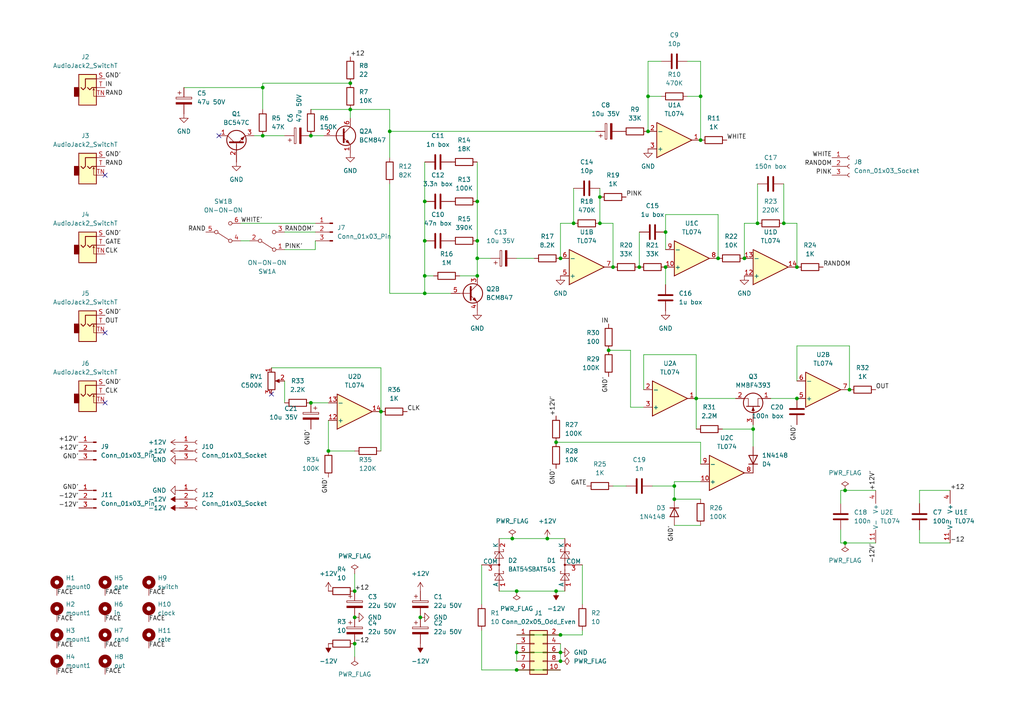
<source format=kicad_sch>
(kicad_sch (version 20230121) (generator eeschema)
  (paper "A4")
  (lib_symbols
    (symbol "Amplifier_Operational:TL074" (pin_names (offset 0.127))
      (property "Reference" "U" (at 0 5.08 0))
      (property "Value" "TL074" (at 0 -5.08 0))
      (symbol "TL074_1_1"
        (pin output line (at 7.62 0 180) (length 2.54) (name "~") (number "1"))
        (pin input line (at -7.62 -2.54 0) (length 2.54) (name "-") (number "2"))
        (pin input line (at -7.62 2.54 0) (length 2.54) (name "+") (number "3"))
      )
      (symbol "TL074_2_1"
        (pin input line (at -7.62 2.54 0) (length 2.54) (name "+") (number "5"))
        (pin input line (at -7.62 -2.54 0) (length 2.54) (name "-") (number "6"))
        (pin output line (at 7.62 0 180) (length 2.54) (name "~") (number "7"))
      )
      (symbol "TL074_3_1"
        (pin input line (at -7.62 2.54 0) (length 2.54) (name "+") (number "10"))
        (pin output line (at 7.62 0 180) (length 2.54) (name "~") (number "8"))
        (pin input line (at -7.62 -2.54 0) (length 2.54) (name "-") (number "9"))
      )
      (symbol "TL074_4_1"
        (pin input line (at -7.62 2.54 0) (length 2.54) (name "+") (number "12"))
        (pin input line (at -7.62 -2.54 0) (length 2.54) (name "-") (number "13"))
        (pin output line (at 7.62 0 180) (length 2.54) (name "~") (number "14"))
      )
      (symbol "TL074_5_1"
        (pin power_in line (at -2.54 -7.62 90) (length 3.81) (name "V-") (number "11"))
        (pin power_in line (at -2.54 7.62 270) (length 3.81) (name "V+") (number "4"))
      )
    )
    (symbol "Connector:Conn_01x03_Pin" (pin_names (offset 1.016) hide)
      (property "Reference" "J" (at 0 5.08 0))
      (property "Value" "Conn_01x03_Pin" (at 0 -5.08 0))
      (symbol "Conn_01x03_Pin_1_1"
        (pin passive line (at 5.08 2.54 180) (length 3.81) (name "Pin_1") (number "1"))
        (pin passive line (at 5.08 0 180) (length 3.81) (name "Pin_2") (number "2"))
        (pin passive line (at 5.08 -2.54 180) (length 3.81) (name "Pin_3") (number "3"))
      )
    )
    (symbol "Connector:Conn_01x03_Socket" (pin_names (offset 1.016) hide)
      (property "Reference" "J" (at 0 5.08 0))
      (property "Value" "Conn_01x03_Socket" (at 0 -5.08 0))
      (symbol "Conn_01x03_Socket_1_1"
        (pin passive line (at -5.08 2.54 0) (length 3.81) (name "Pin_1") (number "1"))
        (pin passive line (at -5.08 0 0) (length 3.81) (name "Pin_2") (number "2"))
        (pin passive line (at -5.08 -2.54 0) (length 3.81) (name "Pin_3") (number "3"))
      )
    )
    (symbol "Device:C" (pin_numbers hide) (pin_names (offset 0.254))
      (property "Reference" "C" (at 0.635 2.54 0))
      (property "Value" "C" (at 0.635 -2.54 0))
      (symbol "C_1_1"
        (pin passive line (at 0 3.81 270) (length 2.794) (name "~") (number "1"))
        (pin passive line (at 0 -3.81 90) (length 2.794) (name "~") (number "2"))
      )
    )
    (symbol "Device:C_Polarized" (pin_numbers hide) (pin_names (offset 0.254))
      (property "Reference" "C" (at 0.635 2.54 0))
      (property "Value" "C_Polarized" (at 0.635 -2.54 0))
      (symbol "C_Polarized_1_1"
        (pin passive line (at 0 3.81 270) (length 2.794) (name "~") (number "1"))
        (pin passive line (at 0 -3.81 90) (length 2.794) (name "~") (number "2"))
      )
    )
    (symbol "Device:D" (pin_numbers hide) (pin_names (offset 1.016) hide)
      (property "Reference" "D" (at 0 2.54 0))
      (property "Value" "D" (at 0 -2.54 0))
      (symbol "D_1_1"
        (pin passive line (at -3.81 0 0) (length 2.54) (name "K") (number "1"))
        (pin passive line (at 3.81 0 180) (length 2.54) (name "A") (number "2"))
      )
    )
    (symbol "Device:Q_Dual_NPN_NPN_E1B1C2E2B2C1" (pin_names (offset 0) hide)
      (property "Reference" "Q" (at 5.08 1.27 0))
      (property "Value" "Q_Dual_NPN_NPN_E1B1C2E2B2C1" (at 5.08 -1.27 0))
      (symbol "Q_Dual_NPN_NPN_E1B1C2E2B2C1_1_1"
        (pin passive line (at 2.54 -5.08 90) (length 2.54) (name "E1") (number "1"))
        (pin input line (at -5.08 0 0) (length 2.54) (name "B1") (number "2"))
        (pin passive line (at 2.54 5.08 270) (length 2.54) (name "C1") (number "6"))
      )
      (symbol "Q_Dual_NPN_NPN_E1B1C2E2B2C1_2_1"
        (pin passive line (at 2.54 5.08 270) (length 2.54) (name "C2") (number "3"))
        (pin passive line (at 2.54 -5.08 90) (length 2.54) (name "E2") (number "4"))
        (pin input line (at -5.08 0 0) (length 2.54) (name "B2") (number "5"))
      )
    )
    (symbol "Device:R" (pin_numbers hide) (pin_names (offset 0))
      (property "Reference" "R" (at 2.032 0 90))
      (property "Value" "R" (at 0 0 90))
      (symbol "R_1_1"
        (pin passive line (at 0 3.81 270) (length 1.27) (name "~") (number "1"))
        (pin passive line (at 0 -3.81 90) (length 1.27) (name "~") (number "2"))
      )
    )
    (symbol "Device:R_Potentiometer" (pin_names (offset 1.016) hide)
      (property "Reference" "RV" (at -4.445 0 90))
      (property "Value" "R_Potentiometer" (at -2.54 0 90))
      (symbol "R_Potentiometer_1_1"
        (pin passive line (at 0 3.81 270) (length 1.27) (name "1") (number "1"))
        (pin passive line (at 3.81 0 180) (length 1.27) (name "2") (number "2"))
        (pin passive line (at 0 -3.81 90) (length 1.27) (name "3") (number "3"))
      )
    )
    (symbol "Eurorack:AudioJack2_SwitchT"
      (property "Reference" "J" (at 0 8.89 0))
      (property "Value" "AudioJack2_SwitchT" (at 0 6.35 0))
      (symbol "AudioJack2_SwitchT_1_1"
        (pin passive line (at 5.08 2.54 180) (length 2.54) (name "~") (number "S"))
        (pin passive line (at 5.08 0 180) (length 2.54) (name "~") (number "T"))
        (pin passive line (at 5.08 -2.54 180) (length 2.54) (name "~") (number "TN"))
      )
    )
    (symbol "Eurorack:BAT54S" (pin_names (offset 0))
      (property "Reference" "D" (at 2.54 -5.08 0))
      (property "Value" "BAT54S" (at -6.35 3.175 0))
      (symbol "BAT54S_1_1"
        (pin passive line (at -7.62 0 0) (length 3.81) (name "A") (number "1"))
        (pin passive line (at 7.62 0 180) (length 3.81) (name "K") (number "2"))
        (pin passive line (at 0 -5.08 90) (length 5.08) (name "COM") (number "3"))
      )
    )
    (symbol "Eurorack:BC547" (pin_names (offset 0) hide)
      (property "Reference" "Q" (at 5.08 1.905 0))
      (property "Value" "BC547" (at 5.08 0 0))
      (symbol "BC547_1_1"
        (pin passive line (at 2.54 5.08 270) (length 2.54) (name "C") (number "1"))
        (pin input line (at -5.08 0 0) (length 5.08) (name "B") (number "2"))
        (pin passive line (at 2.54 -5.08 90) (length 2.54) (name "E") (number "3"))
      )
    )
    (symbol "Eurorack:Conn_02x05_Odd_Even" (pin_names (offset 1.016) hide)
      (property "Reference" "J" (at 1.27 7.62 0))
      (property "Value" "Conn_02x05_Odd_Even" (at 1.27 -7.62 0))
      (symbol "Conn_02x05_Odd_Even_1_1"
        (pin passive line (at -5.08 5.08 0) (length 3.81) (name "Pin_1") (number "1"))
        (pin passive line (at 7.62 -5.08 180) (length 3.81) (name "Pin_10") (number "10"))
        (pin passive line (at 7.62 5.08 180) (length 3.81) (name "Pin_2") (number "2"))
        (pin passive line (at -5.08 2.54 0) (length 3.81) (name "Pin_3") (number "3"))
        (pin passive line (at 7.62 2.54 180) (length 3.81) (name "Pin_4") (number "4"))
        (pin passive line (at -5.08 0 0) (length 3.81) (name "Pin_5") (number "5"))
        (pin passive line (at 7.62 0 180) (length 3.81) (name "Pin_6") (number "6"))
        (pin passive line (at -5.08 -2.54 0) (length 3.81) (name "Pin_7") (number "7"))
        (pin passive line (at 7.62 -2.54 180) (length 3.81) (name "Pin_8") (number "8"))
        (pin passive line (at -5.08 -5.08 0) (length 3.81) (name "Pin_9") (number "9"))
      )
    )
    (symbol "Eurorack:MountingHole_Pad_Output" (pin_numbers hide) (pin_names (offset 1.016) hide) (in_bom no)
      (property "Reference" "H" (at 0 6.35 0))
      (property "Value" "MountingHole_Pad_Output" (at 0 4.445 0))
      (symbol "MountingHole_Pad_Output_1_1"
        (pin output line (at 0 -2.54 90) (length 2.54) (name "1") (number "1"))
      )
    )
    (symbol "Mechanical:MountingHole_Pad" (pin_numbers hide) (pin_names (offset 1.016) hide)
      (property "Reference" "H" (at 0 6.35 0))
      (property "Value" "MountingHole_Pad" (at 0 4.445 0))
      (symbol "MountingHole_Pad_1_1"
        (pin input line (at 0 -2.54 90) (length 2.54) (name "1") (number "1"))
      )
    )
    (symbol "Switch:SW_DPDT_x2" (pin_names (offset 0) hide)
      (property "Reference" "SW" (at 0 4.318 0))
      (property "Value" "SW_DPDT_x2" (at 0 -5.08 0))
      (symbol "SW_DPDT_x2_1_1"
        (pin passive line (at 5.08 2.54 180) (length 2.54) (name "A") (number "1"))
        (pin passive line (at -5.08 0 0) (length 2.54) (name "B") (number "2"))
        (pin passive line (at 5.08 -2.54 180) (length 2.54) (name "C") (number "3"))
      )
      (symbol "SW_DPDT_x2_2_1"
        (pin passive line (at 5.08 2.54 180) (length 2.54) (name "A") (number "4"))
        (pin passive line (at -5.08 0 0) (length 2.54) (name "B") (number "5"))
        (pin passive line (at 5.08 -2.54 180) (length 2.54) (name "C") (number "6"))
      )
    )
    (symbol "Transistor_FET:MMBF4393" (pin_names hide)
      (property "Reference" "Q" (at 5.08 1.905 0))
      (property "Value" "MMBF4393" (at 5.08 0 0))
      (symbol "MMBF4393_1_1"
        (pin passive line (at 2.54 5.08 270) (length 2.54) (name "D") (number "1"))
        (pin passive line (at 2.54 -5.08 90) (length 2.54) (name "S") (number "2"))
        (pin input line (at -5.08 0 0) (length 2.54) (name "G") (number "3"))
      )
    )
    (symbol "power:+12V" (power) (pin_names (offset 0))
      (property "Value" "+12V" (at 0 3.556 0))
      (symbol "+12V_1_1"
        (pin power_in line (at 0 0 90) (length 0) hide (name "+12V") (number "1"))
      )
    )
    (symbol "power:-12V" (power) (pin_names (offset 0))
      (property "Value" "-12V" (at 0 3.81 0))
      (symbol "-12V_0_0"
        (pin power_in line (at 0 0 90) (length 0) hide (name "-12V") (number "1"))
      )
    )
    (symbol "power:GND" (power) (pin_names (offset 0))
      (property "Value" "GND" (at 0 -3.81 0))
      (symbol "GND_1_1"
        (pin power_in line (at 0 0 270) (length 0) hide (name "GND") (number "1"))
      )
    )
    (symbol "power:PWR_FLAG" (power) (pin_numbers hide) (pin_names (offset 0) hide)
      (property "Value" "PWR_FLAG" (at 0 3.81 0))
      (symbol "PWR_FLAG_0_0"
        (pin power_out line (at 0 0 90) (length 0) (name "pwr") (number "1"))
      )
    )
  )
  (junction (at 246.38 113.03))
  (junction (at 149.86 171.45))
  (junction (at 203.2 27.94))
  (junction (at 177.8 77.47))
  (junction (at 90.17 116.84))
  (junction (at 113.03 38.1))
  (junction (at 138.43 80.01))
  (junction (at 231.14 115.57))
  (junction (at 201.93 115.57))
  (junction (at 102.87 171.45))
  (junction (at 149.86 194.31))
  (junction (at 148.59 156.21))
  (junction (at 173.99 64.77))
  (junction (at 245.11 142.24))
  (junction (at 161.29 128.27))
  (junction (at 193.04 77.47))
  (junction (at 173.99 57.15))
  (junction (at 219.71 64.77))
  (junction (at 123.19 85.09))
  (junction (at 187.96 27.94))
  (junction (at 162.56 191.77))
  (junction (at 149.86 189.23))
  (junction (at 245.11 157.48))
  (junction (at 76.2 39.37))
  (junction (at 162.56 74.93))
  (junction (at 161.29 171.45))
  (junction (at 121.92 179.07))
  (junction (at 195.58 140.97))
  (junction (at 101.6 31.75))
  (junction (at 208.28 74.93))
  (junction (at 218.44 124.46))
  (junction (at 138.43 74.93))
  (junction (at 101.6 24.13))
  (junction (at 215.9 74.93))
  (junction (at 195.58 144.78))
  (junction (at 138.43 69.85))
  (junction (at 123.19 69.85))
  (junction (at 176.53 101.6))
  (junction (at 123.19 80.01))
  (junction (at 138.43 58.42))
  (junction (at 76.2 25.4))
  (junction (at 158.75 156.21))
  (junction (at 227.33 64.77))
  (junction (at 102.87 179.07))
  (junction (at 166.37 64.77))
  (junction (at 193.04 67.31))
  (junction (at 110.49 119.38))
  (junction (at 102.87 186.69))
  (junction (at 95.25 130.81))
  (junction (at 162.56 184.15))
  (junction (at 231.14 77.47))
  (junction (at 187.96 38.1))
  (junction (at 162.56 189.23))
  (junction (at 123.19 58.42))
  (junction (at 203.2 40.64))
  (junction (at 90.17 39.37))
  (junction (at 185.42 77.47))
  (no_connect (at 30.48 116.84))
  (no_connect (at 78.74 114.3))
  (no_connect (at 30.48 96.52))
  (no_connect (at 63.5 39.37))
  (no_connect (at 30.48 50.8))
  (wire (pts (xy 266.7 142.24) (xy 266.7 146.05)))
  (wire (pts (xy 138.43 58.42) (xy 138.43 69.85)))
  (wire (pts (xy 187.96 27.94) (xy 187.96 38.1)))
  (wire (pts (xy 113.03 31.75) (xy 113.03 38.1)))
  (wire (pts (xy 113.03 85.09) (xy 113.03 53.34)))
  (wire (pts (xy 266.7 153.67) (xy 266.7 157.48)))
  (wire (pts (xy 144.78 156.21) (xy 148.59 156.21)))
  (wire (pts (xy 193.04 62.23) (xy 193.04 67.31)))
  (wire (pts (xy 138.43 74.93) (xy 138.43 80.01)))
  (wire (pts (xy 138.43 46.99) (xy 138.43 58.42)))
  (wire (pts (xy 231.14 100.33) (xy 246.38 100.33)))
  (wire (pts (xy 90.17 116.84) (xy 95.25 116.84)))
  (wire (pts (xy 209.55 124.46) (xy 218.44 124.46)))
  (wire (pts (xy 189.23 140.97) (xy 195.58 140.97)))
  (wire (pts (xy 76.2 39.37) (xy 82.55 39.37)))
  (wire (pts (xy 223.52 115.57) (xy 231.14 115.57)))
  (wire (pts (xy 201.93 115.57) (xy 201.93 124.46)))
  (wire (pts (xy 148.59 156.21) (xy 158.75 156.21)))
  (wire (pts (xy 203.2 27.94) (xy 203.2 40.64)))
  (wire (pts (xy 168.91 184.15) (xy 168.91 182.88)))
  (wire (pts (xy 138.43 74.93) (xy 142.24 74.93)))
  (wire (pts (xy 149.86 189.23) (xy 162.56 189.23)))
  (wire (pts (xy 203.2 17.78) (xy 203.2 27.94)))
  (wire (pts (xy 215.9 64.77) (xy 215.9 74.93)))
  (wire (pts (xy 201.93 115.57) (xy 213.36 115.57)))
  (wire (pts (xy 82.55 67.31) (xy 91.44 67.31)))
  (wire (pts (xy 144.78 171.45) (xy 149.86 171.45)))
  (wire (pts (xy 102.87 166.37) (xy 102.87 171.45)))
  (wire (pts (xy 149.86 186.69) (xy 149.86 189.23)))
  (wire (pts (xy 176.53 101.6) (xy 182.88 101.6)))
  (wire (pts (xy 195.58 140.97) (xy 195.58 144.78)))
  (wire (pts (xy 162.56 64.77) (xy 162.56 74.93)))
  (wire (pts (xy 102.87 130.81) (xy 95.25 130.81)))
  (wire (pts (xy 231.14 110.49) (xy 231.14 100.33)))
  (wire (pts (xy 113.03 31.75) (xy 101.6 31.75)))
  (wire (pts (xy 166.37 64.77) (xy 162.56 64.77)))
  (wire (pts (xy 101.6 31.75) (xy 101.6 34.29)))
  (wire (pts (xy 113.03 85.09) (xy 123.19 85.09)))
  (wire (pts (xy 73.66 39.37) (xy 76.2 39.37)))
  (wire (pts (xy 195.58 152.4) (xy 203.2 152.4)))
  (wire (pts (xy 195.58 144.78) (xy 203.2 144.78)))
  (wire (pts (xy 218.44 124.46) (xy 218.44 129.54)))
  (wire (pts (xy 185.42 67.31) (xy 185.42 77.47)))
  (wire (pts (xy 101.6 24.13) (xy 76.2 24.13)))
  (wire (pts (xy 110.49 106.68) (xy 110.49 119.38)))
  (wire (pts (xy 208.28 74.93) (xy 208.28 62.23)))
  (wire (pts (xy 219.71 64.77) (xy 215.9 64.77)))
  (wire (pts (xy 53.34 25.4) (xy 76.2 25.4)))
  (wire (pts (xy 123.19 46.99) (xy 123.19 58.42)))
  (wire (pts (xy 254 157.48) (xy 245.11 157.48)))
  (wire (pts (xy 266.7 157.48) (xy 275.59 157.48)))
  (wire (pts (xy 123.19 58.42) (xy 123.19 69.85)))
  (wire (pts (xy 201.93 102.87) (xy 186.69 102.87)))
  (wire (pts (xy 195.58 139.7) (xy 195.58 140.97)))
  (wire (pts (xy 123.19 80.01) (xy 123.19 85.09)))
  (wire (pts (xy 69.85 64.77) (xy 91.44 64.77)))
  (wire (pts (xy 138.43 69.85) (xy 138.43 74.93)))
  (wire (pts (xy 246.38 100.33) (xy 246.38 113.03)))
  (wire (pts (xy 162.56 189.23) (xy 162.56 191.77)))
  (wire (pts (xy 102.87 186.69) (xy 102.87 190.5)))
  (wire (pts (xy 90.17 39.37) (xy 93.98 39.37)))
  (wire (pts (xy 199.39 27.94) (xy 203.2 27.94)))
  (wire (pts (xy 149.86 184.15) (xy 162.56 184.15)))
  (wire (pts (xy 266.7 142.24) (xy 275.59 142.24)))
  (wire (pts (xy 243.84 142.24) (xy 243.84 146.05)))
  (wire (pts (xy 76.2 25.4) (xy 76.2 31.75)))
  (wire (pts (xy 149.86 171.45) (xy 161.29 171.45)))
  (wire (pts (xy 227.33 53.34) (xy 227.33 64.77)))
  (wire (pts (xy 76.2 24.13) (xy 76.2 25.4)))
  (wire (pts (xy 219.71 53.34) (xy 219.71 64.77)))
  (wire (pts (xy 162.56 186.69) (xy 162.56 189.23)))
  (wire (pts (xy 161.29 171.45) (xy 163.83 171.45)))
  (wire (pts (xy 195.58 139.7) (xy 203.2 139.7)))
  (wire (pts (xy 78.74 106.68) (xy 110.49 106.68)))
  (wire (pts (xy 186.69 102.87) (xy 186.69 113.03)))
  (wire (pts (xy 82.55 72.39) (xy 91.44 72.39)))
  (wire (pts (xy 123.19 69.85) (xy 123.19 80.01)))
  (wire (pts (xy 201.93 115.57) (xy 201.93 102.87)))
  (wire (pts (xy 69.85 69.85) (xy 72.39 69.85)))
  (wire (pts (xy 218.44 123.19) (xy 218.44 124.46)))
  (wire (pts (xy 139.7 194.31) (xy 139.7 182.88)))
  (wire (pts (xy 113.03 38.1) (xy 113.03 45.72)))
  (wire (pts (xy 162.56 184.15) (xy 168.91 184.15)))
  (wire (pts (xy 172.72 38.1) (xy 113.03 38.1)))
  (wire (pts (xy 161.29 128.27) (xy 203.2 128.27)))
  (wire (pts (xy 203.2 128.27) (xy 203.2 134.62)))
  (wire (pts (xy 187.96 27.94) (xy 191.77 27.94)))
  (wire (pts (xy 149.86 194.31) (xy 139.7 194.31)))
  (wire (pts (xy 173.99 54.61) (xy 173.99 57.15)))
  (wire (pts (xy 177.8 64.77) (xy 173.99 64.77)))
  (wire (pts (xy 139.7 163.83) (xy 139.7 175.26)))
  (wire (pts (xy 90.17 31.75) (xy 101.6 31.75)))
  (wire (pts (xy 182.88 118.11) (xy 186.69 118.11)))
  (wire (pts (xy 199.39 17.78) (xy 203.2 17.78)))
  (wire (pts (xy 254 142.24) (xy 245.11 142.24)))
  (wire (pts (xy 191.77 17.78) (xy 187.96 17.78)))
  (wire (pts (xy 133.35 80.01) (xy 138.43 80.01)))
  (wire (pts (xy 166.37 54.61) (xy 166.37 64.77)))
  (wire (pts (xy 231.14 64.77) (xy 227.33 64.77)))
  (wire (pts (xy 123.19 80.01) (xy 125.73 80.01)))
  (wire (pts (xy 162.56 194.31) (xy 149.86 194.31)))
  (wire (pts (xy 187.96 17.78) (xy 187.96 27.94)))
  (wire (pts (xy 245.11 157.48) (xy 243.84 157.48)))
  (wire (pts (xy 110.49 119.38) (xy 110.49 130.81)))
  (wire (pts (xy 95.25 130.81) (xy 95.25 121.92)))
  (wire (pts (xy 208.28 62.23) (xy 193.04 62.23)))
  (wire (pts (xy 149.86 74.93) (xy 154.94 74.93)))
  (wire (pts (xy 243.84 157.48) (xy 243.84 153.67)))
  (wire (pts (xy 245.11 142.24) (xy 243.84 142.24)))
  (wire (pts (xy 173.99 57.15) (xy 173.99 64.77)))
  (wire (pts (xy 91.44 69.85) (xy 91.44 72.39)))
  (wire (pts (xy 231.14 77.47) (xy 231.14 64.77)))
  (wire (pts (xy 149.86 189.23) (xy 149.86 191.77)))
  (wire (pts (xy 177.8 140.97) (xy 181.61 140.97)))
  (wire (pts (xy 168.91 163.83) (xy 168.91 175.26)))
  (wire (pts (xy 193.04 77.47) (xy 193.04 82.55)))
  (wire (pts (xy 158.75 156.21) (xy 163.83 156.21)))
  (wire (pts (xy 82.55 116.84) (xy 82.55 110.49)))
  (wire (pts (xy 182.88 101.6) (xy 182.88 118.11)))
  (wire (pts (xy 193.04 67.31) (xy 193.04 72.39)))
  (wire (pts (xy 177.8 77.47) (xy 177.8 64.77)))
  (wire (pts (xy 123.19 85.09) (xy 130.81 85.09)))
  (label "GND'" (at 195.58 152.4 270))
  (label "RAND" (at 30.48 27.94 0))
  (label "+12V'" (at 22.86 128.27 180))
  (label "FACE" (at 16.51 195.58 0))
  (label "GATE" (at 30.48 71.12 0))
  (label "RANDOM'" (at 82.55 67.31 0))
  (label "FACE" (at 30.48 172.72 0))
  (label "IN" (at 176.53 93.98 180))
  (label "PINK" (at 181.61 57.15 0))
  (label "PINK'" (at 82.55 72.39 0))
  (label "GND'" (at 231.14 123.19 270))
  (label "GND'" (at 22.86 142.24 180))
  (label "CLK" (at 30.48 73.66 0))
  (label "CLK" (at 30.48 114.3 0))
  (label "FACE" (at 30.48 195.58 0))
  (label "GND'" (at 22.86 133.35 180))
  (label "GND'" (at 176.53 109.22 270))
  (label "-12V'" (at 254 157.48 270))
  (label "+12V'" (at 254 142.24 90))
  (label "-12V'" (at 22.86 144.78 180))
  (label "FACE" (at 16.51 172.72 0))
  (label "FACE" (at 43.18 180.34 0))
  (label "FACE" (at 16.51 187.96 0))
  (label "GATE" (at 170.18 140.97 180))
  (label "GND'" (at 95.25 138.43 270))
  (label "GND'" (at 161.29 135.89 270))
  (label "OUT" (at 254 113.03 0))
  (label "-12V'" (at 22.86 147.32 180))
  (label "+12" (at 102.87 171.45 0))
  (label "GND'" (at 30.48 45.72 0))
  (label "FACE" (at 30.48 180.34 0))
  (label "FACE" (at 30.48 187.96 0))
  (label "OUT" (at 30.48 93.98 0))
  (label "GND'" (at 30.48 91.44 0))
  (label "RAND" (at 59.69 67.31 180))
  (label "RANDOM" (at 241.3 48.26 180))
  (label "GND'" (at 90.17 124.46 270))
  (label "GND'" (at 30.48 68.58 0))
  (label "WHITE'" (at 69.85 64.77 0))
  (label "WHITE" (at 241.3 45.72 180))
  (label "WHITE" (at 210.82 40.64 0))
  (label "GND'" (at 30.48 22.86 0))
  (label "+12V'" (at 22.86 130.81 180))
  (label "RAND" (at 30.48 48.26 0))
  (label "RANDOM" (at 238.76 77.47 0))
  (label "IN" (at 30.48 25.4 0))
  (label "CLK" (at 118.11 119.38 0))
  (label "+12V'" (at 161.29 120.65 90))
  (label "+12" (at 275.59 142.24 0))
  (label "FACE" (at 43.18 172.72 0))
  (label "-12" (at 275.59 157.48 0))
  (label "FACE" (at 16.51 180.34 0))
  (label "GND'" (at 30.48 111.76 0))
  (label "PINK" (at 241.3 50.8 180))
  (label "FACE" (at 43.18 187.96 0))
  (label "+12" (at 101.6 16.51 0))
  (label "-12" (at 102.87 186.69 0))
  (symbol (lib_id "power:-12V") (at 161.29 171.45 180) (unit 1)
    (property "Reference" "#PWR05" (effects hide))
    (property "Value" "-12V" (at 161.29 176.53 0))
  )
  (symbol (lib_id "Device:R") (at 95.25 134.62 0) (mirror y) (unit 1)
    (property "Reference" "R34" (at 92.71 133.35 0) (effects (justify left)))
    (property "Value" "100K" (at 92.71 135.89 0) (effects (justify left)))
    (property "Footprint" "Resistor_SMD:R_0805_2012Metric" (effects hide))
  )
  (symbol (lib_id "Device:C") (at 193.04 86.36 180) (unit 1)
    (property "Reference" "C16" (at 196.85 85.09 0) (effects (justify right)))
    (property "Value" "1u box" (at 196.85 87.63 0) (effects (justify right)))
    (property "Footprint" "Capacitor_THT:C_Rect_L7.2mm_W5.5mm_P5.00mm_FKS2_FKP2_MKS2_MKP2" (effects hide))
  )
  (symbol (lib_id "Device:Q_Dual_NPN_NPN_E1B1C2E2B2C1") (at 135.89 85.09 0) (unit 2)
    (property "Reference" "Q2" (at 140.97 83.82 0) (effects (justify left)))
    (property "Value" "BCM847" (at 140.97 86.36 0) (effects (justify left)))
    (property "Footprint" "Package_SO:TSOP-6_1.65x3.05mm_P0.95mm" (effects hide))
    (property "Vendor" "Mouser" (effects hide))
    (property "PartNum" "771-BCM847DS135" (effects hide))
  )
  (symbol (lib_id "Eurorack:AudioJack2_SwitchT") (at 25.4 71.12 0) (unit 1)
    (property "Reference" "J4" (at 24.765 62.23 0))
    (property "Value" "AudioJack2_SwitchT" (at 24.765 64.77 0))
    (property "Footprint" "Eurorack:AudioJack2_Tayda_A-2566" (effects hide))
    (property "Vendor" "Tayda" (effects hide))
    (property "PartNum" "A-2566" (effects hide))
  )
  (symbol (lib_id "Device:C_Polarized") (at 102.87 175.26 0) (unit 1)
    (property "Reference" "C3" (at 106.68 173.101 0) (effects (justify left)))
    (property "Value" "22u 50V" (at 106.68 175.641 0) (effects (justify left)))
    (property "Footprint" "Capacitor_THT:CP_Radial_D5.0mm_P2.50mm" (effects hide))
  )
  (symbol (lib_id "Mechanical:MountingHole_Pad") (at 30.48 193.04 0) (unit 1) (in_bom no)
    (property "Reference" "H8" (at 33.0991 190.5 0) (effects (justify left)))
    (property "Value" "out" (at 33.0991 193.04 0) (effects (justify left)))
    (property "Footprint" "Eurorack:Mech-AudioJack-Hole-Output-Voct" (effects hide))
  )
  (symbol (lib_id "Connector:Conn_01x03_Pin") (at 27.94 130.81 0) (mirror y) (unit 1)
    (property "Reference" "J9" (at 29.21 129.54 0) (effects (justify right)))
    (property "Value" "Conn_01x03_Pin" (at 29.21 132.08 0) (effects (justify right)))
    (property "Footprint" "Connector_PinHeader_2.54mm:PinHeader_1x03_P2.54mm_Vertical" (effects hide))
  )
  (symbol (lib_id "Device:C_Polarized") (at 90.17 120.65 0) (mirror y) (unit 1)
    (property "Reference" "C21" (at 86.36 118.491 0) (effects (justify left)))
    (property "Value" "10u 35V" (at 86.36 121.031 0) (effects (justify left)))
    (property "Footprint" "Capacitor_THT:CP_Radial_D5.0mm_P2.50mm" (effects hide))
  )
  (symbol (lib_id "Device:R") (at 76.2 35.56 0) (unit 1)
    (property "Reference" "R5" (at 78.74 34.29 0) (effects (justify left)))
    (property "Value" "47K" (at 78.74 36.83 0) (effects (justify left)))
    (property "Footprint" "Resistor_SMD:R_0805_2012Metric" (effects hide))
  )
  (symbol (lib_id "power:PWR_FLAG") (at 245.11 142.24 0) (unit 1)
    (property "Reference" "#FLG06" (effects hide))
    (property "Value" "PWR_FLAG" (at 245.11 137.16 0))
  )
  (symbol (lib_id "Amplifier_Operational:TL074") (at 200.66 74.93 0) (mirror x) (unit 3)
    (property "Reference" "U1" (at 200.66 64.77 0))
    (property "Value" "TL074" (at 200.66 67.31 0))
    (property "Footprint" "Package_SO:SOIC-14_3.9x8.7mm_P1.27mm" (effects hide))
    (property "Datasheet" "http://www.ti.com/lit/ds/symlink/tl071.pdf" (effects hide))
    (property "Vendor" "Mouser" (effects hide))
    (property "PartNum" "595-TL074CDR" (effects hide))
  )
  (symbol (lib_id "Device:R") (at 161.29 124.46 0) (unit 1)
    (property "Reference" "R27" (at 163.83 123.19 0) (effects (justify left)))
    (property "Value" "100K" (at 163.83 125.73 0) (effects (justify left)))
    (property "Footprint" "Resistor_SMD:R_0805_2012Metric" (effects hide))
  )
  (symbol (lib_id "Device:C") (at 243.84 149.86 0) (unit 1)
    (property "Reference" "C18" (at 247.65 148.59 0) (effects (justify left)))
    (property "Value" "100n" (at 247.65 151.13 0) (effects (justify left)))
    (property "Footprint" "Capacitor_SMD:C_0805_2012Metric" (effects hide))
  )
  (symbol (lib_id "Device:R") (at 189.23 77.47 90) (unit 1)
    (property "Reference" "R21" (at 189.23 71.12 90))
    (property "Value" "33K" (at 189.23 73.66 90))
    (property "Footprint" "Resistor_SMD:R_0805_2012Metric" (effects hide))
  )
  (symbol (lib_id "power:GND") (at 52.07 133.35 270) (unit 1)
    (property "Reference" "#PWR034" (effects hide))
    (property "Value" "GND" (at 48.26 133.35 90) (effects (justify right)))
  )
  (symbol (lib_id "Eurorack:AudioJack2_SwitchT") (at 25.4 93.98 0) (unit 1)
    (property "Reference" "J5" (at 24.765 85.09 0))
    (property "Value" "AudioJack2_SwitchT" (at 24.765 87.63 0))
    (property "Footprint" "Eurorack:AudioJack2_Tayda_A-2566" (effects hide))
    (property "Vendor" "Tayda" (effects hide))
    (property "PartNum" "A-2566" (effects hide))
  )
  (symbol (lib_id "Device:Q_Dual_NPN_NPN_E1B1C2E2B2C1") (at 99.06 39.37 0) (unit 1)
    (property "Reference" "Q2" (at 104.14 38.1 0) (effects (justify left)))
    (property "Value" "BCM847" (at 104.14 40.64 0) (effects (justify left)))
    (property "Footprint" "Package_SO:TSOP-6_1.65x3.05mm_P0.95mm" (effects hide))
    (property "Vendor" "Mouser" (effects hide))
    (property "PartNum" "771-BCM847DS135" (effects hide))
  )
  (symbol (lib_id "Device:R") (at 195.58 27.94 90) (unit 1)
    (property "Reference" "R10" (at 195.58 21.59 90))
    (property "Value" "470K" (at 195.58 24.13 90))
    (property "Footprint" "Resistor_SMD:R_0805_2012Metric" (effects hide))
  )
  (symbol (lib_id "Connector:Conn_01x03_Socket") (at 57.15 130.81 0) (unit 1)
    (property "Reference" "J10" (at 58.42 129.54 0) (effects (justify left)))
    (property "Value" "Conn_01x03_Socket" (at 58.42 132.08 0) (effects (justify left)))
    (property "Footprint" "Connector_PinSocket_2.54mm:PinSocket_1x03_P2.54mm_Vertical" (effects hide))
  )
  (symbol (lib_id "Amplifier_Operational:TL074") (at 170.18 77.47 0) (mirror x) (unit 2)
    (property "Reference" "U1" (at 170.18 67.31 0))
    (property "Value" "TL074" (at 170.18 69.85 0))
    (property "Footprint" "Package_SO:SOIC-14_3.9x8.7mm_P1.27mm" (effects hide))
    (property "Datasheet" "http://www.ti.com/lit/ds/symlink/tl071.pdf" (effects hide))
    (property "Vendor" "Mouser" (effects hide))
    (property "PartNum" "595-TL074CDR" (effects hide))
  )
  (symbol (lib_id "Device:R") (at 113.03 49.53 180) (unit 1)
    (property "Reference" "R12" (at 115.57 48.26 0) (effects (justify right)))
    (property "Value" "82K" (at 115.57 50.8 0) (effects (justify right)))
    (property "Footprint" "Resistor_SMD:R_0805_2012Metric" (effects hide))
  )
  (symbol (lib_id "Device:C") (at 223.52 53.34 90) (unit 1)
    (property "Reference" "C17" (at 223.52 45.72 90))
    (property "Value" "150n box" (at 223.52 48.26 90))
    (property "Footprint" "Capacitor_THT:C_Rect_L7.2mm_W3.5mm_P5.00mm_FKS2_FKP2_MKS2_MKP2" (effects hide))
  )
  (symbol (lib_id "Device:C") (at 266.7 149.86 0) (unit 1)
    (property "Reference" "C7" (at 270.51 148.59 0) (effects (justify left)))
    (property "Value" "100n" (at 270.51 151.13 0) (effects (justify left)))
    (property "Footprint" "Capacitor_SMD:C_0805_2012Metric" (effects hide))
  )
  (symbol (lib_id "power:GND") (at 138.43 90.17 0) (unit 1)
    (property "Reference" "#PWR020" (effects hide))
    (property "Value" "GND" (at 138.43 95.25 0))
  )
  (symbol (lib_id "Device:R") (at 176.53 105.41 0) (mirror y) (unit 1)
    (property "Reference" "R29" (at 173.99 104.14 0) (effects (justify left)))
    (property "Value" "100K" (at 173.99 106.68 0) (effects (justify left)))
    (property "Footprint" "Resistor_SMD:R_0805_2012Metric" (effects hide))
  )
  (symbol (lib_id "Device:C") (at 127 58.42 90) (unit 1)
    (property "Reference" "C12" (at 127 50.8 90))
    (property "Value" "3.3n box" (at 127 53.34 90))
    (property "Footprint" "Capacitor_THT:C_Rect_L7.2mm_W2.5mm_P5.00mm_FKS2_FKP2_MKS2_MKP2" (effects hide))
  )
  (symbol (lib_id "power:+12V") (at 52.07 130.81 90) (unit 1)
    (property "Reference" "#PWR033" (effects hide))
    (property "Value" "+12V" (at 48.26 130.81 90) (effects (justify left)))
  )
  (symbol (lib_id "Device:C") (at 127 69.85 90) (unit 1)
    (property "Reference" "C10" (at 127 62.23 90))
    (property "Value" "47n box" (at 127 64.77 90))
    (property "Footprint" "Capacitor_THT:C_Rect_L7.2mm_W2.5mm_P5.00mm_FKS2_FKP2_MKS2_MKP2" (effects hide))
  )
  (symbol (lib_id "power:GND") (at 187.96 43.18 0) (unit 1)
    (property "Reference" "#PWR017" (effects hide))
    (property "Value" "GND" (at 187.96 48.26 0))
  )
  (symbol (lib_id "Mechanical:MountingHole_Pad") (at 30.48 177.8 0) (unit 1) (in_bom no)
    (property "Reference" "H6" (at 33.02 175.26 0) (effects (justify left)))
    (property "Value" "in" (at 33.02 177.8 0) (effects (justify left)))
    (property "Footprint" "Eurorack:Mech-AudioJack-Hole-Input-Voct" (effects hide))
  )
  (symbol (lib_id "Device:R") (at 161.29 132.08 180) (unit 1)
    (property "Reference" "R28" (at 163.83 130.81 0) (effects (justify right)))
    (property "Value" "10K" (at 163.83 133.35 0) (effects (justify right)))
    (property "Footprint" "Resistor_SMD:R_0805_2012Metric" (effects hide))
  )
  (symbol (lib_id "power:GND") (at 101.6 44.45 0) (unit 1)
    (property "Reference" "#PWR016" (effects hide))
    (property "Value" "GND" (at 101.6 49.53 0))
  )
  (symbol (lib_id "Device:R") (at 212.09 74.93 90) (unit 1)
    (property "Reference" "R22" (at 212.09 68.58 90))
    (property "Value" "10K" (at 212.09 71.12 90))
    (property "Footprint" "Resistor_SMD:R_0805_2012Metric" (effects hide))
  )
  (symbol (lib_id "Device:C_Polarized") (at 53.34 29.21 0) (unit 1)
    (property "Reference" "C5" (at 57.15 27.051 0) (effects (justify left)))
    (property "Value" "47u 50V" (at 57.15 29.591 0) (effects (justify left)))
    (property "Footprint" "Capacitor_THT:CP_Radial_D6.3mm_P2.50mm" (effects hide))
  )
  (symbol (lib_id "Device:R") (at 207.01 40.64 90) (unit 1)
    (property "Reference" "R11" (at 207.01 34.29 90))
    (property "Value" "1K" (at 207.01 36.83 90))
    (property "Footprint" "Resistor_SMD:R_0805_2012Metric" (effects hide))
  )
  (symbol (lib_id "Amplifier_Operational:TL074") (at 223.52 77.47 0) (mirror x) (unit 4)
    (property "Reference" "U1" (at 223.52 67.31 0))
    (property "Value" "TL074" (at 223.52 69.85 0))
    (property "Footprint" "Package_SO:SOIC-14_3.9x8.7mm_P1.27mm" (effects hide))
    (property "Datasheet" "http://www.ti.com/lit/ds/symlink/tl071.pdf" (effects hide))
    (property "Vendor" "Mouser" (effects hide))
    (property "PartNum" "595-TL074CDR" (effects hide))
  )
  (symbol (lib_id "Switch:SW_DPDT_x2") (at 64.77 67.31 0) (mirror x) (unit 2)
    (property "Reference" "SW1" (at 64.77 58.42 0))
    (property "Value" "ON-ON-ON" (at 64.77 60.96 0))
    (property "Footprint" "Eurorack:Switch_DPDT_Tayda_A-5752" (effects hide))
    (property "Vendor" "Tayda" (effects hide))
    (property "PartNum" "A-6677" (effects hide))
  )
  (symbol (lib_id "Device:D") (at 195.58 148.59 90) (mirror x) (unit 1)
    (property "Reference" "D3" (at 193.04 147.32 90) (effects (justify left)))
    (property "Value" "1N4148" (at 193.04 149.86 90) (effects (justify left)))
    (property "Footprint" "Diode_SMD:D_SOD-323_HandSoldering" (effects hide))
    (property "Sim.Device" "D" (effects hide))
    (property "Sim.Pins" "1=K 2=A" (effects hide))
  )
  (symbol (lib_id "Device:R") (at 129.54 80.01 270) (unit 1)
    (property "Reference" "R16" (at 129.54 73.66 90))
    (property "Value" "1M" (at 129.54 76.2 90))
    (property "Footprint" "Resistor_SMD:R_0805_2012Metric" (effects hide))
  )
  (symbol (lib_id "Device:R") (at 170.18 64.77 90) (unit 1)
    (property "Reference" "R18" (at 170.18 58.42 90))
    (property "Value" "470K" (at 170.18 60.96 90))
    (property "Footprint" "Resistor_SMD:R_0805_2012Metric" (effects hide))
  )
  (symbol (lib_id "Mechanical:MountingHole_Pad") (at 30.48 170.18 0) (unit 1) (in_bom no)
    (property "Reference" "H5" (at 33.02 167.64 0) (effects (justify left)))
    (property "Value" "gate" (at 33.02 170.18 0) (effects (justify left)))
    (property "Footprint" "Eurorack:Mech-AudioJack-Hole-Input-Gate" (effects hide))
  )
  (symbol (lib_id "Device:R_Potentiometer") (at 78.74 110.49 0) (unit 1)
    (property "Reference" "RV1" (at 76.2 109.22 0) (effects (justify right)))
    (property "Value" "C500K" (at 76.2 111.76 0) (effects (justify right)))
    (property "Footprint" "Eurorack:Potentiometer_RV16AF-41-15R1" (effects hide))
    (property "Vendor" "Tayda" (effects hide))
    (property "PartNum" "A-3940" (effects hide))
  )
  (symbol (lib_id "Device:R") (at 184.15 38.1 90) (unit 1)
    (property "Reference" "R9" (at 184.15 31.75 90))
    (property "Value" "33K" (at 184.15 34.29 90))
    (property "Footprint" "Resistor_SMD:R_0805_2012Metric" (effects hide))
  )
  (symbol (lib_id "Device:R") (at 176.53 97.79 0) (mirror y) (unit 1)
    (property "Reference" "R30" (at 173.99 96.52 0) (effects (justify left)))
    (property "Value" "100" (at 173.99 99.06 0) (effects (justify left)))
    (property "Footprint" "Resistor_SMD:R_0805_2012Metric" (effects hide))
  )
  (symbol (lib_id "Device:C") (at 170.18 54.61 90) (unit 1)
    (property "Reference" "C14" (at 170.18 46.99 90))
    (property "Value" "10p" (at 170.18 49.53 90))
    (property "Footprint" "Capacitor_SMD:C_0805_2012Metric" (effects hide))
  )
  (symbol (lib_id "Device:R") (at 205.74 124.46 270) (unit 1)
    (property "Reference" "R31" (at 205.74 118.11 90))
    (property "Value" "2.2M" (at 205.74 120.65 90))
    (property "Footprint" "Resistor_SMD:R_0805_2012Metric" (effects hide))
  )
  (symbol (lib_id "Eurorack:MountingHole_Pad_Output") (at 16.51 170.18 0) (unit 1) (in_bom no)
    (property "Reference" "H1" (at 19.05 167.64 0) (effects (justify left)))
    (property "Value" "mount0" (at 19.05 170.18 0) (effects (justify left)))
    (property "Footprint" "Eurorack:Mech-MountingHole" (effects hide))
  )
  (symbol (lib_id "Device:R") (at 158.75 74.93 90) (unit 1)
    (property "Reference" "R17" (at 158.75 68.58 90))
    (property "Value" "8.2K" (at 158.75 71.12 90))
    (property "Footprint" "Resistor_SMD:R_0805_2012Metric" (effects hide))
  )
  (symbol (lib_id "Device:R") (at 223.52 64.77 90) (unit 1)
    (property "Reference" "R23" (at 223.52 58.42 90))
    (property "Value" "220K" (at 223.52 60.96 90))
    (property "Footprint" "Resistor_SMD:R_0805_2012Metric" (effects hide))
  )
  (symbol (lib_id "Eurorack:BAT54S") (at 163.83 163.83 90) (unit 1)
    (property "Reference" "D1" (at 161.29 162.56 90) (effects (justify left)))
    (property "Value" "BAT54S" (at 161.29 165.1 90) (effects (justify left)))
    (property "Footprint" "Package_TO_SOT_SMD:SOT-23" (effects hide))
    (property "Datasheet" "https://www.diodes.com/assets/Datasheets/ds11005.pdf" (effects hide))
    (property "Vendor" "Mouser" (effects hide))
    (property "PartNum" "863-BAT54SLT1G" (effects hide))
  )
  (symbol (lib_id "Device:R") (at 234.95 77.47 90) (unit 1)
    (property "Reference" "R24" (at 234.95 71.12 90))
    (property "Value" "1K" (at 234.95 73.66 90))
    (property "Footprint" "Resistor_SMD:R_0805_2012Metric" (effects hide))
  )
  (symbol (lib_id "Connector:Conn_01x03_Socket") (at 57.15 144.78 0) (unit 1)
    (property "Reference" "J12" (at 58.42 143.51 0) (effects (justify left)))
    (property "Value" "Conn_01x03_Socket" (at 58.42 146.05 0) (effects (justify left)))
    (property "Footprint" "Connector_PinSocket_2.54mm:PinSocket_1x03_P2.54mm_Vertical" (effects hide))
  )
  (symbol (lib_id "Amplifier_Operational:TL074") (at 256.54 149.86 0) (unit 5)
    (property "Reference" "U2" (at 255.27 148.59 0) (effects (justify left)))
    (property "Value" "TL074" (at 255.27 151.13 0) (effects (justify left)))
    (property "Footprint" "Package_SO:SOIC-14_3.9x8.7mm_P1.27mm" (effects hide))
    (property "Datasheet" "http://www.ti.com/lit/ds/symlink/tl071.pdf" (effects hide))
    (property "Vendor" "Mouser" (effects hide))
    (property "PartNum" "595-TL074CDR" (effects hide))
  )
  (symbol (lib_id "power:+12V") (at 95.25 171.45 0) (unit 1)
    (property "Reference" "#PWR07" (effects hide))
    (property "Value" "+12V" (at 95.25 166.37 0))
  )
  (symbol (lib_id "Eurorack:BC547") (at 68.58 41.91 90) (unit 1)
    (property "Reference" "Q1" (at 68.58 33.02 90))
    (property "Value" "BC547C" (at 68.58 35.56 90))
    (property "Footprint" "Package_TO_SOT_THT:TO-92_Inline_Wide" (effects hide))
    (property "Datasheet" "https://www.onsemi.com/pub/Collateral/BC550-D.pdf" (effects hide))
    (property "Vendor" "Mouser" (effects hide))
    (property "PartNum" "637-BC547C" (effects hide))
  )
  (symbol (lib_id "Device:R") (at 168.91 179.07 0) (unit 1)
    (property "Reference" "R2" (at 171.45 177.8 0) (effects (justify left)))
    (property "Value" "10" (at 171.45 180.34 0) (effects (justify left)))
    (property "Footprint" "Resistor_SMD:R_0805_2012Metric" (effects hide))
  )
  (symbol (lib_id "Device:R") (at 173.99 140.97 90) (unit 1)
    (property "Reference" "R25" (at 173.99 134.62 90))
    (property "Value" "1K" (at 173.99 137.16 90))
    (property "Footprint" "Resistor_SMD:R_0805_2012Metric" (effects hide))
  )
  (symbol (lib_id "Device:R") (at 99.06 186.69 90) (unit 1)
    (property "Reference" "R3" (at 99.06 180.34 90))
    (property "Value" "10" (at 99.06 182.88 90))
    (property "Footprint" "Resistor_SMD:R_0805_2012Metric" (effects hide))
  )
  (symbol (lib_id "Amplifier_Operational:TL074") (at 238.76 113.03 0) (mirror x) (unit 2)
    (property "Reference" "U2" (at 238.76 102.87 0))
    (property "Value" "TL074" (at 238.76 105.41 0))
    (property "Footprint" "Package_SO:SOIC-14_3.9x8.7mm_P1.27mm" (effects hide))
    (property "Datasheet" "http://www.ti.com/lit/ds/symlink/tl071.pdf" (effects hide))
    (property "Vendor" "Mouser" (effects hide))
    (property "PartNum" "595-TL074CDR" (effects hide))
  )
  (symbol (lib_id "Eurorack:BAT54S") (at 144.78 163.83 270) (mirror x) (unit 1)
    (property "Reference" "D2" (at 147.32 162.56 90) (effects (justify left)))
    (property "Value" "BAT54S" (at 147.32 165.1 90) (effects (justify left)))
    (property "Footprint" "Package_TO_SOT_SMD:SOT-23" (effects hide))
    (property "Datasheet" "https://www.diodes.com/assets/Datasheets/ds11005.pdf" (effects hide))
    (property "Vendor" "Mouser" (effects hide))
    (property "PartNum" "863-BAT54SLT1G" (effects hide))
  )
  (symbol (lib_id "Mechanical:MountingHole_Pad") (at 16.51 185.42 0) (unit 1) (in_bom no)
    (property "Reference" "H3" (at 19.05 182.88 0) (effects (justify left)))
    (property "Value" "mount1" (at 19.05 185.42 0) (effects (justify left)))
    (property "Footprint" "Eurorack:Mech-MountingHole" (effects hide))
  )
  (symbol (lib_id "Device:R") (at 134.62 46.99 270) (unit 1)
    (property "Reference" "R14" (at 134.62 40.64 90))
    (property "Value" "18K" (at 134.62 43.18 90))
    (property "Footprint" "Resistor_SMD:R_0805_2012Metric" (effects hide))
  )
  (symbol (lib_id "power:PWR_FLAG") (at 148.59 156.21 0) (unit 1)
    (property "Reference" "#FLG03" (effects hide))
    (property "Value" "PWR_FLAG" (at 148.59 151.13 0))
  )
  (symbol (lib_id "power:GND") (at 215.9 80.01 0) (unit 1)
    (property "Reference" "#PWR019" (effects hide))
    (property "Value" "GND" (at 215.9 85.09 0))
  )
  (symbol (lib_id "Device:R") (at 101.6 20.32 0) (unit 1)
    (property "Reference" "R8" (at 104.14 19.05 0) (effects (justify left)))
    (property "Value" "22" (at 104.14 21.59 0) (effects (justify left)))
    (property "Footprint" "Resistor_SMD:R_0805_2012Metric" (effects hide))
  )
  (symbol (lib_id "Amplifier_Operational:TL074") (at 278.13 149.86 0) (unit 5)
    (property "Reference" "U1" (at 276.86 148.59 0) (effects (justify left)))
    (property "Value" "TL074" (at 276.86 151.13 0) (effects (justify left)))
    (property "Footprint" "Package_SO:SOIC-14_3.9x8.7mm_P1.27mm" (effects hide))
    (property "Datasheet" "http://www.ti.com/lit/ds/symlink/tl071.pdf" (effects hide))
    (property "Vendor" "Mouser" (effects hide))
    (property "PartNum" "595-TL074CDR" (effects hide))
  )
  (symbol (lib_id "Eurorack:AudioJack2_SwitchT") (at 25.4 114.3 0) (unit 1)
    (property "Reference" "J6" (at 24.765 105.41 0))
    (property "Value" "AudioJack2_SwitchT" (at 24.765 107.95 0))
    (property "Footprint" "Eurorack:AudioJack2_Tayda_A-2566" (effects hide))
    (property "Vendor" "Tayda" (effects hide))
    (property "PartNum" "A-2566" (effects hide))
  )
  (symbol (lib_id "power:PWR_FLAG") (at 162.56 191.77 270) (unit 1)
    (property "Reference" "#FLG01" (effects hide))
    (property "Value" "PWR_FLAG" (at 166.37 191.77 90) (effects (justify left)))
  )
  (symbol (lib_id "Mechanical:MountingHole_Pad") (at 43.18 170.18 0) (unit 1) (in_bom no)
    (property "Reference" "H9" (at 45.72 167.64 0) (effects (justify left)))
    (property "Value" "switch" (at 45.72 170.18 0) (effects (justify left)))
    (property "Footprint" "Eurorack:Mech-2M_Switch-Hole" (effects hide))
  )
  (symbol (lib_id "Device:R") (at 134.62 58.42 270) (unit 1)
    (property "Reference" "R13" (at 134.62 52.07 90))
    (property "Value" "100K" (at 134.62 54.61 90))
    (property "Footprint" "Resistor_SMD:R_0805_2012Metric" (effects hide))
  )
  (symbol (lib_id "Device:C_Polarized") (at 102.87 182.88 0) (unit 1)
    (property "Reference" "C4" (at 106.68 180.721 0) (effects (justify left)))
    (property "Value" "22u 50V" (at 106.68 183.261 0) (effects (justify left)))
    (property "Footprint" "Capacitor_THT:CP_Radial_D5.0mm_P2.50mm" (effects hide))
  )
  (symbol (lib_id "Device:C") (at 195.58 17.78 90) (unit 1)
    (property "Reference" "C9" (at 195.58 10.16 90))
    (property "Value" "10p" (at 195.58 12.7 90))
    (property "Footprint" "Capacitor_SMD:C_0805_2012Metric" (effects hide))
  )
  (symbol (lib_id "power:GND") (at 102.87 179.07 90) (unit 1)
    (property "Reference" "#PWR08" (effects hide))
    (property "Value" "GND" (at 106.68 179.07 90) (effects (justify right)))
  )
  (symbol (lib_id "power:GND") (at 53.34 33.02 0) (unit 1)
    (property "Reference" "#PWR015" (effects hide))
    (property "Value" "GND" (at 53.34 38.1 0))
  )
  (symbol (lib_id "Device:C") (at 231.14 119.38 0) (mirror y) (unit 1)
    (property "Reference" "C20" (at 227.33 118.11 0) (effects (justify left)))
    (property "Value" "100n box" (at 227.33 120.65 0) (effects (justify left)))
    (property "Footprint" "Capacitor_THT:C_Rect_L7.2mm_W2.5mm_P5.00mm_FKS2_FKP2_MKS2_MKP2" (effects hide))
  )
  (symbol (lib_id "Device:R") (at 177.8 57.15 90) (unit 1)
    (property "Reference" "R19" (at 177.8 50.8 90))
    (property "Value" "1K" (at 177.8 53.34 90))
    (property "Footprint" "Resistor_SMD:R_0805_2012Metric" (effects hide))
  )
  (symbol (lib_id "Device:D") (at 218.44 133.35 270) (mirror x) (unit 1)
    (property "Reference" "D4" (at 220.98 134.62 90) (effects (justify left)))
    (property "Value" "1N4148" (at 220.98 132.08 90) (effects (justify left)))
    (property "Footprint" "Diode_SMD:D_SOD-323_HandSoldering" (effects hide))
    (property "Sim.Device" "D" (effects hide))
    (property "Sim.Pins" "1=K 2=A" (effects hide))
  )
  (symbol (lib_id "Amplifier_Operational:TL074") (at 210.82 137.16 0) (mirror x) (unit 3)
    (property "Reference" "U2" (at 210.82 127 0))
    (property "Value" "TL074" (at 210.82 129.54 0))
    (property "Footprint" "Package_SO:SOIC-14_3.9x8.7mm_P1.27mm" (effects hide))
    (property "Datasheet" "http://www.ti.com/lit/ds/symlink/tl071.pdf" (effects hide))
    (property "Vendor" "Mouser" (effects hide))
    (property "PartNum" "595-TL074CDR" (effects hide))
  )
  (symbol (lib_id "Amplifier_Operational:TL074") (at 102.87 119.38 0) (mirror x) (unit 4)
    (property "Reference" "U2" (at 102.87 109.22 0))
    (property "Value" "TL074" (at 102.87 111.76 0))
    (property "Footprint" "Package_SO:SOIC-14_3.9x8.7mm_P1.27mm" (effects hide))
    (property "Datasheet" "http://www.ti.com/lit/ds/symlink/tl071.pdf" (effects hide))
    (property "Vendor" "Mouser" (effects hide))
    (property "PartNum" "595-TL074CDR" (effects hide))
  )
  (symbol (lib_id "Device:R") (at 106.68 130.81 90) (mirror x) (unit 1)
    (property "Reference" "R35" (at 107.95 133.35 90) (effects (justify left)))
    (property "Value" "120K" (at 109.22 135.89 90) (effects (justify left)))
    (property "Footprint" "Resistor_SMD:R_0805_2012Metric" (effects hide))
  )
  (symbol (lib_id "Switch:SW_DPDT_x2") (at 77.47 69.85 0) (mirror x) (unit 1)
    (property "Reference" "SW1" (at 77.47 78.74 0))
    (property "Value" "ON-ON-ON" (at 77.47 76.2 0))
    (property "Footprint" "Eurorack:Switch_DPDT_Tayda_A-5752" (effects hide))
    (property "Vendor" "Tayda" (effects hide))
    (property "PartNum" "A-6677" (effects hide))
  )
  (symbol (lib_id "Mechanical:MountingHole_Pad") (at 30.48 185.42 0) (unit 1) (in_bom no)
    (property "Reference" "H7" (at 33.02 182.88 0) (effects (justify left)))
    (property "Value" "rand" (at 33.02 185.42 0) (effects (justify left)))
    (property "Footprint" "Eurorack:Mech-AudioJack-Hole-Output-Voct" (effects hide))
  )
  (symbol (lib_id "power:PWR_FLAG") (at 102.87 166.37 0) (unit 1)
    (property "Reference" "#FLG04" (effects hide))
    (property "Value" "PWR_FLAG" (at 102.87 161.29 0))
  )
  (symbol (lib_id "power:GND") (at 121.92 179.07 90) (unit 1)
    (property "Reference" "#PWR02" (effects hide))
    (property "Value" "GND" (at 125.73 179.07 90) (effects (justify right)))
  )
  (symbol (lib_id "Device:C_Polarized") (at 86.36 39.37 90) (unit 1)
    (property "Reference" "C6" (at 84.201 35.56 0) (effects (justify left)))
    (property "Value" "47u 50V" (at 86.741 35.56 0) (effects (justify left)))
    (property "Footprint" "Capacitor_THT:CP_Radial_D6.3mm_P2.50mm" (effects hide))
  )
  (symbol (lib_id "power:PWR_FLAG") (at 102.87 190.5 180) (unit 1)
    (property "Reference" "#FLG05" (effects hide))
    (property "Value" "PWR_FLAG" (at 102.87 195.58 0))
  )
  (symbol (lib_id "power:PWR_FLAG") (at 245.11 157.48 180) (unit 1)
    (property "Reference" "#FLG07" (effects hide))
    (property "Value" "PWR_FLAG" (at 245.11 162.56 0))
  )
  (symbol (lib_id "power:PWR_FLAG") (at 149.86 171.45 180) (unit 1)
    (property "Reference" "#FLG02" (effects hide))
    (property "Value" "PWR_FLAG" (at 149.86 176.53 0))
  )
  (symbol (lib_id "Mechanical:MountingHole_Pad") (at 16.51 193.04 0) (unit 1) (in_bom no)
    (property "Reference" "H4" (at 19.05 190.5 0) (effects (justify left)))
    (property "Value" "mount1" (at 19.05 193.04 0) (effects (justify left)))
    (property "Footprint" "Eurorack:Mech-MountingHole" (effects hide))
  )
  (symbol (lib_id "Connector:Conn_01x03_Pin") (at 27.94 144.78 0) (mirror y) (unit 1)
    (property "Reference" "J11" (at 29.21 143.51 0) (effects (justify right)))
    (property "Value" "Conn_01x03_Pin" (at 29.21 146.05 0) (effects (justify right)))
    (property "Footprint" "Connector_PinHeader_2.54mm:PinHeader_1x03_P2.54mm_Vertical" (effects hide))
  )
  (symbol (lib_id "Device:C_Polarized") (at 121.92 182.88 0) (unit 1)
    (property "Reference" "C2" (at 125.73 180.721 0) (effects (justify left)))
    (property "Value" "22u 50V" (at 125.73 183.261 0) (effects (justify left)))
    (property "Footprint" "Capacitor_THT:CP_Radial_D5.0mm_P2.50mm" (effects hide))
  )
  (symbol (lib_id "Eurorack:Conn_02x05_Odd_Even") (at 154.94 189.23 0) (unit 1)
    (property "Reference" "J1" (at 156.21 177.8 0))
    (property "Value" "Conn_02x05_Odd_Even" (at 156.21 180.34 0))
    (property "Footprint" "Eurorack:PinHeader_2x05_P2.54mm_Vertical" (effects hide))
    (property "Vendor" "Tayda" (effects hide))
    (property "PartNum" "A-2939" (effects hide))
  )
  (symbol (lib_id "Device:C_Polarized") (at 146.05 74.93 90) (unit 1)
    (property "Reference" "C13" (at 145.161 67.31 90))
    (property "Value" "10u 35V" (at 145.161 69.85 90))
    (property "Footprint" "Capacitor_THT:CP_Radial_D5.0mm_P2.50mm" (effects hide))
  )
  (symbol (lib_id "Mechanical:MountingHole_Pad") (at 16.51 177.8 0) (unit 1) (in_bom no)
    (property "Reference" "H2" (at 19.05 175.26 0) (effects (justify left)))
    (property "Value" "mount1" (at 19.05 177.8 0) (effects (justify left)))
    (property "Footprint" "Eurorack:Mech-MountingHole" (effects hide))
  )
  (symbol (lib_id "Device:R") (at 90.17 35.56 0) (unit 1)
    (property "Reference" "R6" (at 92.71 34.29 0) (effects (justify left)))
    (property "Value" "150K" (at 92.71 36.83 0) (effects (justify left)))
    (property "Footprint" "Resistor_SMD:R_0805_2012Metric" (effects hide))
  )
  (symbol (lib_id "power:GND") (at 68.58 46.99 0) (unit 1)
    (property "Reference" "#PWR014" (effects hide))
    (property "Value" "GND" (at 68.58 52.07 0))
  )
  (symbol (lib_id "Device:R") (at 101.6 27.94 0) (unit 1)
    (property "Reference" "R7" (at 104.14 26.67 0) (effects (justify left)))
    (property "Value" "10K" (at 104.14 29.21 0) (effects (justify left)))
    (property "Footprint" "Resistor_SMD:R_0805_2012Metric" (effects hide))
  )
  (symbol (lib_id "power:-12V") (at 121.92 186.69 180) (unit 1)
    (property "Reference" "#PWR06" (effects hide))
    (property "Value" "-12V" (at 121.92 191.77 0))
  )
  (symbol (lib_id "Device:C_Polarized") (at 121.92 175.26 0) (unit 1)
    (property "Reference" "C1" (at 125.73 173.101 0) (effects (justify left)))
    (property "Value" "22u 50V" (at 125.73 175.641 0) (effects (justify left)))
    (property "Footprint" "Capacitor_THT:CP_Radial_D5.0mm_P2.50mm" (effects hide))
  )
  (symbol (lib_id "Device:R") (at 134.62 69.85 270) (unit 1)
    (property "Reference" "R15" (at 134.62 63.5 90))
    (property "Value" "390K" (at 134.62 66.04 90))
    (property "Footprint" "Resistor_SMD:R_0805_2012Metric" (effects hide))
  )
  (symbol (lib_id "Device:R") (at 181.61 77.47 90) (unit 1)
    (property "Reference" "R20" (at 181.61 71.12 90))
    (property "Value" "33K" (at 181.61 73.66 90))
    (property "Footprint" "Resistor_SMD:R_0805_2012Metric" (effects hide))
  )
  (symbol (lib_id "power:-12V") (at 52.07 147.32 90) (unit 1)
    (property "Reference" "#PWR023" (effects hide))
    (property "Value" "-12V" (at 48.26 147.32 90) (effects (justify left)))
  )
  (symbol (lib_id "Device:R") (at 86.36 116.84 270) (mirror x) (unit 1)
    (property "Reference" "R33" (at 86.36 110.49 90))
    (property "Value" "2.2K" (at 86.36 113.03 90))
    (property "Footprint" "Resistor_SMD:R_0805_2012Metric" (effects hide))
  )
  (symbol (lib_id "power:-12V") (at 52.07 144.78 90) (unit 1)
    (property "Reference" "#PWR022" (effects hide))
    (property "Value" "-12V" (at 48.26 144.78 90) (effects (justify left)))
  )
  (symbol (lib_id "Device:R") (at 114.3 119.38 90) (unit 1)
    (property "Reference" "R36" (at 114.3 113.03 90))
    (property "Value" "1K" (at 114.3 115.57 90))
    (property "Footprint" "Resistor_SMD:R_0805_2012Metric" (effects hide))
  )
  (symbol (lib_id "power:GND") (at 193.04 90.17 0) (unit 1)
    (property "Reference" "#PWR021" (effects hide))
    (property "Value" "GND" (at 193.04 95.25 0))
  )
  (symbol (lib_id "Connector:Conn_01x03_Socket") (at 246.38 48.26 0) (unit 1)
    (property "Reference" "J8" (at 247.65 46.99 0) (effects (justify left)))
    (property "Value" "Conn_01x03_Socket" (at 247.65 49.53 0) (effects (justify left)))
    (property "Footprint" "Connector_PinSocket_2.54mm:PinSocket_1x03_P2.54mm_Vertical" (effects hide))
  )
  (symbol (lib_id "Device:R") (at 139.7 179.07 0) (unit 1)
    (property "Reference" "R1" (at 142.24 177.8 0) (effects (justify left)))
    (property "Value" "10" (at 142.24 180.34 0) (effects (justify left)))
    (property "Footprint" "Resistor_SMD:R_0805_2012Metric" (effects hide))
  )
  (symbol (lib_id "power:GND") (at 162.56 80.01 0) (unit 1)
    (property "Reference" "#PWR018" (effects hide))
    (property "Value" "GND" (at 162.56 85.09 0))
  )
  (symbol (lib_id "Transistor_FET:MMBF4393") (at 218.44 118.11 270) (mirror x) (unit 1)
    (property "Reference" "Q3" (at 218.44 109.22 90))
    (property "Value" "MMBF4393" (at 218.44 111.76 90))
    (property "Footprint" "Package_TO_SOT_SMD:SOT-23" (effects hide))
    (property "Datasheet" "https://www.onsemi.com/pub/Collateral/MMBF4391LT1-D.PDF" (effects hide))
    (property "Vendor" "Mouser" (effects hide))
    (property "PartNum" "863-MMBF4393LT1G" (effects hide))
  )
  (symbol (lib_id "Device:C") (at 189.23 67.31 90) (unit 1)
    (property "Reference" "C15" (at 189.23 59.69 90))
    (property "Value" "1u box" (at 189.23 62.23 90))
    (property "Footprint" "Capacitor_THT:C_Rect_L7.2mm_W5.5mm_P5.00mm_FKS2_FKP2_MKS2_MKP2" (effects hide))
  )
  (symbol (lib_id "power:-12V") (at 95.25 186.69 180) (unit 1)
    (property "Reference" "#PWR09" (effects hide))
    (property "Value" "-12V" (at 95.25 191.77 0))
  )
  (symbol (lib_id "power:GND") (at 162.56 189.23 90) (unit 1)
    (property "Reference" "#PWR01" (effects hide))
    (property "Value" "GND" (at 166.37 189.23 90) (effects (justify right)))
  )
  (symbol (lib_id "power:+12V") (at 121.92 171.45 0) (unit 1)
    (property "Reference" "#PWR04" (effects hide))
    (property "Value" "+12V" (at 121.92 166.37 0))
  )
  (symbol (lib_id "Eurorack:AudioJack2_SwitchT") (at 25.4 48.26 0) (unit 1)
    (property "Reference" "J3" (at 24.765 39.37 0))
    (property "Value" "AudioJack2_SwitchT" (at 24.765 41.91 0))
    (property "Footprint" "Eurorack:AudioJack2_Tayda_A-2566" (effects hide))
    (property "Vendor" "Tayda" (effects hide))
    (property "PartNum" "A-2566" (effects hide))
  )
  (symbol (lib_id "Device:R") (at 203.2 148.59 0) (unit 1)
    (property "Reference" "R26" (at 205.74 147.32 0) (effects (justify left)))
    (property "Value" "100K" (at 205.74 149.86 0) (effects (justify left)))
    (property "Footprint" "Resistor_SMD:R_0805_2012Metric" (effects hide))
  )
  (symbol (lib_id "Mechanical:MountingHole_Pad") (at 43.18 177.8 0) (unit 1) (in_bom no)
    (property "Reference" "H10" (at 45.72 175.26 0) (effects (justify left)))
    (property "Value" "clock" (at 45.72 177.8 0) (effects (justify left)))
    (property "Footprint" "Eurorack:Mech-AudioJack-Hole-Output-Clock" (effects hide))
  )
  (symbol (lib_id "Device:C_Polarized") (at 176.53 38.1 90) (unit 1)
    (property "Reference" "C8" (at 175.641 30.48 90))
    (property "Value" "10u 35V" (at 175.641 33.02 90))
    (property "Footprint" "Capacitor_THT:CP_Radial_D5.0mm_P2.50mm" (effects hide))
  )
  (symbol (lib_id "Device:C") (at 127 46.99 90) (unit 1)
    (property "Reference" "C11" (at 127 39.37 90))
    (property "Value" "1n box" (at 127 41.91 90))
    (property "Footprint" "Capacitor_THT:C_Rect_L7.2mm_W2.5mm_P5.00mm_FKS2_FKP2_MKS2_MKP2" (effects hide))
  )
  (symbol (lib_id "power:+12V") (at 52.07 128.27 90) (unit 1)
    (property "Reference" "#PWR032" (effects hide))
    (property "Value" "+12V" (at 48.26 128.27 90) (effects (justify left)))
  )
  (symbol (lib_id "Connector:Conn_01x03_Pin") (at 96.52 67.31 0) (mirror y) (unit 1)
    (property "Reference" "J7" (at 97.79 66.04 0) (effects (justify right)))
    (property "Value" "Conn_01x03_Pin" (at 97.79 68.58 0) (effects (justify right)))
    (property "Footprint" "Connector_PinHeader_2.54mm:PinHeader_1x03_P2.54mm_Vertical" (effects hide))
  )
  (symbol (lib_id "power:GND") (at 52.07 142.24 270) (unit 1)
    (property "Reference" "#PWR026" (effects hide))
    (property "Value" "GND" (at 48.26 142.24 90) (effects (justify right)))
  )
  (symbol (lib_id "Eurorack:AudioJack2_SwitchT") (at 25.4 25.4 0) (unit 1)
    (property "Reference" "J2" (at 24.765 16.51 0))
    (property "Value" "AudioJack2_SwitchT" (at 24.765 19.05 0))
    (property "Footprint" "Eurorack:AudioJack2_Tayda_A-2566" (effects hide))
    (property "Vendor" "Tayda" (effects hide))
    (property "PartNum" "A-2566" (effects hide))
  )
  (symbol (lib_id "Device:C") (at 185.42 140.97 90) (unit 1)
    (property "Reference" "C19" (at 185.42 133.35 90))
    (property "Value" "1n" (at 185.42 135.89 90))
    (property "Footprint" "Capacitor_SMD:C_0805_2012Metric" (effects hide))
  )
  (symbol (lib_id "Device:R") (at 99.06 171.45 90) (unit 1)
    (property "Reference" "R4" (at 99.06 165.1 90))
    (property "Value" "10" (at 99.06 167.64 90))
    (property "Footprint" "Resistor_SMD:R_0805_2012Metric" (effects hide))
  )
  (symbol (lib_id "Device:R") (at 250.19 113.03 90) (unit 1)
    (property "Reference" "R32" (at 250.19 106.68 90))
    (property "Value" "1K" (at 250.19 109.22 90))
    (property "Footprint" "Resistor_SMD:R_0805_2012Metric" (effects hide))
  )
  (symbol (lib_id "power:+12V") (at 158.75 156.21 0) (unit 1)
    (property "Reference" "#PWR03" (effects hide))
    (property "Value" "+12V" (at 158.75 151.13 0))
  )
  (symbol (lib_id "Amplifier_Operational:TL074") (at 194.31 115.57 0) (mirror x) (unit 1)
    (property "Reference" "U2" (at 194.31 105.41 0))
    (property "Value" "TL074" (at 194.31 107.95 0))
    (property "Footprint" "Package_SO:SOIC-14_3.9x8.7mm_P1.27mm" (effects hide))
    (property "Datasheet" "http://www.ti.com/lit/ds/symlink/tl071.pdf" (effects hide))
    (property "Vendor" "Mouser" (effects hide))
    (property "PartNum" "595-TL074CDR" (effects hide))
  )
  (symbol (lib_id "Mechanical:MountingHole_Pad") (at 43.18 185.42 0) (unit 1) (in_bom no)
    (property "Reference" "H11" (at 45.72 182.88 0) (effects (justify left)))
    (property "Value" "rate" (at 45.72 185.42 0) (effects (justify left)))
    (property "Footprint" "Eurorack:Mech-Potentiometer-Hole_level_90deg" (effects hide))
  )
  (symbol (lib_id "Amplifier_Operational:TL074") (at 195.58 40.64 0) (mirror x) (unit 1)
    (property "Reference" "U1" (at 195.58 30.48 0))
    (property "Value" "TL074" (at 195.58 33.02 0))
    (property "Footprint" "Package_SO:SOIC-14_3.9x8.7mm_P1.27mm" (effects hide))
    (property "Datasheet" "http://www.ti.com/lit/ds/symlink/tl071.pdf" (effects hide))
    (property "Vendor" "Mouser" (effects hide))
    (property "PartNum" "595-TL074CDR" (effects hide))
  )
)
</source>
